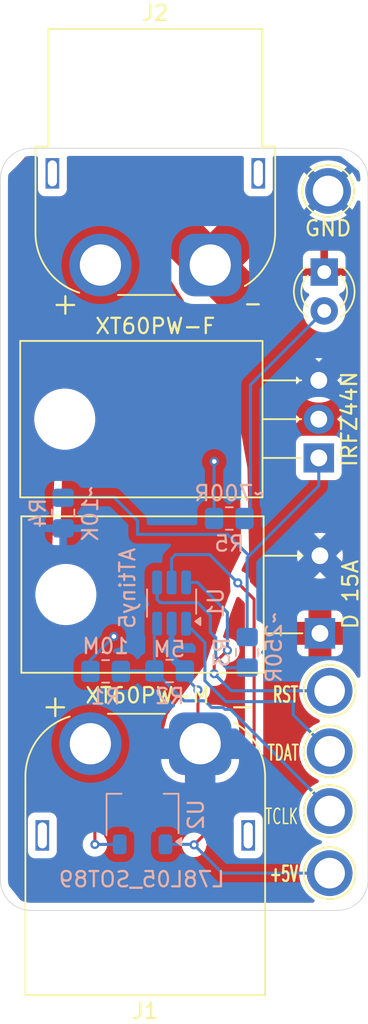
<source format=kicad_pcb>
(kicad_pcb (version 20240108) (generator "pcbnew") (generator_version "8.0")
  (title_block (title "avr-batt-timer") (date "2024-12-21") (company "Timofei Korostelev"))
  (layers (0 "F.Cu" signal) (31 "B.Cu" signal) (34 "B.Paste" user) (35 "F.Paste" user) (36 "B.SilkS" user "B.Silkscreen") (37 "F.SilkS" user "F.Silkscreen") (38 "B.Mask" user) (39 "F.Mask" user) (44 "Edge.Cuts" user))
  (net 0 "")
  (net 1 "LOAD")
  (net 2 "Net-(D1-A)")
  (net 3 "GND")
  (net 4 "VDD")
  (net 5 "TPICLK")
  (net 6 "+5V")
  (net 7 "TPIDATA")
  (net 8 "RESET")
  (net 9 "Net-(MOSFET1-G)")
  (net 10 "Net-(U1-PB2)")
  (footprint "TestPoint:TestPoint_Plated_Hole_D2.0mm" (layer "F.Cu") (at 153.8224 106.1212)
    (property "Reference" "TP1" (hide yes))
    (property "Value" "+5V" (at -2.9972 0.0508 0) (layer "F.SilkS") (effects (font (size 1 0.6))))
    (fp_circle (center 0 0) (end 0 -1.7) (stroke (width 0.12)) (fill none) (layer "F.SilkS"))
    (pad "1" thru_hole circle (at 0 0) (size 3 3) (drill 2) (layers "*.Cu" "*.Mask") (net 6 "+5V"))
  )
  (footprint "TestPoint:TestPoint_Plated_Hole_D2.0mm" (layer "F.Cu") (at 153.8224 94.1832)
    (property "Reference" "TP2" (hide yes))
    (property "Value" "RST" (at -2.8956 0.254 0) (layer "F.SilkS") (effects (font (size 1 0.6))))
    (fp_circle (center 0 0) (end 0 -1.7) (stroke (width 0.12)) (fill none) (layer "F.SilkS"))
    (pad "1" thru_hole circle (at 0 0) (size 3 3) (drill 2) (layers "*.Cu" "*.Mask") (net 8 "RESET"))
  )
  (footprint "Connector_AMASS:AMASS_XT60PW-F_1x02_P7.20mm_Horizontal" (layer "F.Cu") (at 145.9924 66.3146)
    (property "Reference" "J2" (at -3.6 -16.5 0) (layer "F.SilkS"))
    (property "Value" "XT60PW-F" (at -3.6 4 0) (layer "F.SilkS"))
    (fp_line (start -11.46 -7.76) (end -11.46 -2.15) (stroke (width 0.12)) (layer "F.SilkS"))
    (fp_line (start -11.46 -7.76) (end -10.61 -7.76) (stroke (width 0.12)) (layer "F.SilkS"))
    (fp_line (start -10.61 -15.46) (end -10.61 -7.76) (stroke (width 0.12)) (layer "F.SilkS"))
    (fp_line (start -10.61 -15.46) (end 3.41 -15.46) (stroke (width 0.12)) (layer "F.SilkS"))
    (fp_line (start -6.05 1.96) (end -2.31 1.96) (stroke (width 0.12)) (layer "F.SilkS"))
    (fp_line (start 3.41 -15.46) (end 3.41 -7.76) (stroke (width 0.12)) (layer "F.SilkS"))
    (fp_line (start 3.41 -7.76) (end 4.26 -7.76) (stroke (width 0.12)) (layer "F.SilkS"))
    (fp_line (start 4.26 -7.76) (end 4.26 -2.15) (stroke (width 0.12)) (layer "F.SilkS"))
    (fp_arc (start -8.5899 1.808718) (mid -10.677645 0.302568) (end -11.46 -2.15) (stroke (width 0.12)) (layer "F.SilkS"))
    (fp_arc (start 4.26 -2.15) (mid 3.727162 -0.126139) (end 2.266806 1.372958) (stroke (width 0.12)) (layer "F.SilkS"))
    (fp_text user "-" (at 2.8 2.5 0) (layer "F.SilkS"))
    (fp_text user "+" (at -9.5 2.5 0) (layer "F.SilkS") (effects (font (size 1.5 1.5))))
    (pad "" thru_hole rect (at -10.35 -6) (size 0.9 2) (drill oval 0.6 1.7) (layers "*.Cu" "*.Mask"))
    (pad "" thru_hole rect (at 3.15 -6) (size 0.9 2) (drill oval 0.6 1.7) (layers "*.Cu" "*.Mask"))
    (pad "1" thru_hole roundrect (at 0 0) (size 4.1 4.1) (drill 2.7) (layers "*.Cu" "*.Mask") (net 1 "LOAD") (thermal_bridge_width 3))
    (pad "2" thru_hole circle (at -7.2 0) (size 4.1 4.1) (drill 2.7) (layers "*.Cu" "*.Mask") (net 4 "VDD"))
  )
  (footprint "Connector_AMASS:AMASS_XT60PW-M_1x02_P7.20mm_Horizontal" (layer "F.Cu") (at 145.332 97.6504 180)
    (property "Reference" "J1" (at 3.6 -17.5 0) (layer "F.SilkS"))
    (property "Value" "XT60PW-M" (at 3.4476 3.1624 0) (layer "F.SilkS"))
    (fp_line (start 11.46 -16.46) (end 11.46 -2.15) (stroke (width 0.12)) (layer "F.SilkS"))
    (fp_line (start 2.31 1.96) (end 6.05 1.96) (stroke (width 0.12)) (layer "F.SilkS"))
    (fp_line (start -4.26 -16.46) (end 11.46 -16.46) (stroke (width 0.12)) (layer "F.SilkS"))
    (fp_line (start -4.26 -16.46) (end -4.26 -2.15) (stroke (width 0.12)) (layer "F.SilkS"))
    (fp_arc (start 11.46 -2.15) (mid 10.653852 0.294722) (end 8.551648 1.780413) (stroke (width 0.12)) (layer "F.SilkS"))
    (fp_arc (start -2.266806 1.372958) (mid -3.727162 -0.126139) (end -4.26 -2.15) (stroke (width 0.12)) (layer "F.SilkS"))
    (fp_text user "+" (at 9.5 2.5 0) (layer "F.SilkS") (effects (font (size 1.5 1.5))))
    (fp_text user "-" (at -2.8 2.5 0) (layer "F.SilkS") (effects (font (size 1.5 1.5))))
    (pad "" thru_hole rect (at -3.15 -6 180) (size 0.9 2) (drill oval 0.6 1.7) (layers "*.Cu" "*.Mask"))
    (pad "" thru_hole rect (at 10.35 -6 180) (size 0.9 2) (drill oval 0.6 1.7) (layers "*.Cu" "*.Mask"))
    (pad "1" thru_hole roundrect (at 0 0 180) (size 4.1 4.1) (drill 2.7) (layers "*.Cu" "*.Mask") (net 3 "GND") (thermal_bridge_width 2))
    (pad "2" thru_hole circle (at 7.2 0 180) (size 4.1 4.1) (drill 2.7) (layers "*.Cu" "*.Mask") (net 4 "VDD"))
  )
  (footprint "Package_TO_SOT_THT:TO-220-2_Horizontal_TabDown" (layer "F.Cu") (at 153.185 90.424 90)
    (property "Reference" "D2" (hide yes))
    (property "Value" "D 15A" (at 2.54 2 90) (layer "F.SilkS"))
    (fp_line (start 7.66 -19.58) (end 7.66 -3.69) (stroke (width 0.12)) (layer "F.SilkS"))
    (fp_line (start -2.58 -19.58) (end 7.66 -19.58) (stroke (width 0.12)) (layer "F.SilkS"))
    (fp_line (start -2.58 -19.58) (end -2.58 -3.69) (stroke (width 0.12)) (layer "F.SilkS"))
    (fp_line (start 5.08 -3.69) (end 5.08 -1.165) (stroke (width 0.12)) (layer "F.SilkS"))
    (fp_line (start 0 -3.69) (end 0 -1.15) (stroke (width 0.12)) (layer "F.SilkS"))
    (fp_line (start -2.58 -3.69) (end 7.66 -3.69) (stroke (width 0.12)) (layer "F.SilkS"))
    (pad "" np_thru_hole circle (at 2.54 -16.66 90) (size 3.5 3.5) (drill 3.5) (layers "*.Cu" "*.Mask"))
    (pad "1" thru_hole rect (at 0 0 90) (size 2 2) (drill 1.1) (layers "*.Cu" "*.Mask") (net 1 "LOAD") (thermal_bridge_width 1.5))
    (pad "2" thru_hole circle (at 5.08 0 90) (size 2 2) (drill 1.1) (layers "*.Cu" "*.Mask") (net 3 "GND") (thermal_bridge_width 1.5))
  )
  (footprint "Package_TO_SOT_THT:TO-220-3_Horizontal_TabDown" (layer "F.Cu") (at 153.1112 78.9432 90)
    (property "Reference" "MOSFET1" (hide yes))
    (property "Value" "IRFZ44N" (at 2.54 2 90) (layer "F.SilkS"))
    (fp_line (start 7.66 -19.58) (end 7.66 -3.69) (stroke (width 0.12)) (layer "F.SilkS"))
    (fp_line (start -2.58 -19.58) (end 7.66 -19.58) (stroke (width 0.12)) (layer "F.SilkS"))
    (fp_line (start -2.58 -19.58) (end -2.58 -3.69) (stroke (width 0.12)) (layer "F.SilkS"))
    (fp_line (start 5.08 -3.69) (end 5.08 -1.15) (stroke (width 0.12)) (layer "F.SilkS"))
    (fp_line (start 2.54 -3.69) (end 2.54 -1.15) (stroke (width 0.12)) (layer "F.SilkS"))
    (fp_line (start 0 -3.69) (end 0 -1.15) (stroke (width 0.12)) (layer "F.SilkS"))
    (fp_line (start -2.58 -3.69) (end 7.66 -3.69) (stroke (width 0.12)) (layer "F.SilkS"))
    (pad "" np_thru_hole circle (at 2.54 -16.66 90) (size 3.5 3.5) (drill 3.5) (layers "*.Cu" "*.Mask"))
    (pad "1" thru_hole rect (at 0 0 90) (size 1.905 2) (drill 1.1) (layers "*.Cu" "*.Mask") (net 9 "Net-(MOSFET1-G)"))
    (pad "2" thru_hole oval (at 2.54 0 90) (size 1.905 2) (drill 1.1) (layers "*.Cu" "*.Mask") (net 1 "LOAD") (thermal_bridge_width 1.7))
    (pad "3" thru_hole oval (at 5.08 0 90) (size 1.905 2) (drill 1.1) (layers "*.Cu" "*.Mask") (net 3 "GND") (thermal_bridge_width 1.7))
  )
  (footprint "TestPoint:TestPoint_Plated_Hole_D2.0mm" (layer "F.Cu") (at 153.8224 98.1456)
    (property "Reference" "TP3" (hide yes))
    (property "Value" "TDAT" (at -3.048 0.1016 0) (layer "F.SilkS") (effects (font (size 1 0.6) (thickness 0.125))))
    (fp_circle (center 0 0) (end 0 -1.7) (stroke (width 0.12)) (fill none) (layer "F.SilkS"))
    (pad "1" thru_hole circle (at 0 0) (size 3 3) (drill 2) (layers "*.Cu" "*.Mask") (net 7 "TPIDATA"))
  )
  (footprint "TestPoint:TestPoint_Plated_Hole_D2.0mm" (layer "F.Cu") (at 153.8224 102.0572)
    (property "Reference" "TP4" (hide yes))
    (property "Value" "TCLK" (at -3.1496 0.3556 0) (layer "F.SilkS") (effects (font (size 1 0.6) (thickness 0.1))))
    (fp_circle (center 0 0) (end 0 -1.7) (stroke (width 0.12)) (fill none) (layer "F.SilkS"))
    (pad "1" thru_hole circle (at 0 0) (size 3 3) (drill 2) (layers "*.Cu" "*.Mask") (net 5 "TPICLK"))
  )
  (footprint "TestPoint:TestPoint_Plated_Hole_D2.0mm" (layer "F.Cu") (at 153.7208 61.468)
    (property "Reference" "TP5" (hide yes))
    (property "Value" "GND" (at 0 2.45 0) (layer "F.SilkS"))
    (fp_circle (center 0 0) (end 0 -1.7) (stroke (width 0.12)) (fill none) (layer "F.SilkS"))
    (pad "1" thru_hole circle (at 0 0) (size 3 3) (drill 2) (layers "*.Cu" "*.Mask") (net 3 "GND"))
  )
  (footprint "LED_THT:LED_D3.0mm" (layer "F.Cu") (at 153.4668 66.7766 -90)
    (property "Reference" "D1" (hide yes))
    (property "Value" "LED")
    (fp_line (start -0.29 1.08) (end -0.29 1.236) (stroke (width 0.12)) (layer "F.SilkS"))
    (fp_line (start -0.29 -1.236) (end -0.29 -1.08) (stroke (width 0.12)) (layer "F.SilkS"))
    (fp_arc (start 2.941397 1.080061) (mid 1.365624 1.987701) (end -0.29 1.235516) (stroke (width 0.12)) (layer "F.SilkS"))
    (fp_arc (start 2.31091 1.080049) (mid 1.269965 1.5) (end 0.229039 1.08) (stroke (width 0.12)) (layer "F.SilkS"))
    (fp_arc (start 0.229039 -1.08) (mid 1.269965 -1.5) (end 2.31091 -1.080049) (stroke (width 0.12)) (layer "F.SilkS"))
    (fp_arc (start -0.29 -1.235516) (mid 1.365624 -1.987701) (end 2.941397 -1.080061) (stroke (width 0.12)) (layer "F.SilkS"))
    (pad "1" thru_hole rect (at 0 0 270) (size 1.8 1.8) (drill 0.9) (layers "*.Cu" "*.Mask") (net 1 "LOAD"))
    (pad "2" thru_hole circle (at 2.54 0 270) (size 1.8 1.8) (drill 0.9) (layers "*.Cu" "*.Mask") (net 2 "Net-(D1-A)"))
  )
  (footprint "Resistor_SMD:R_0805_2012Metric_Pad1.20x1.40mm_HandSolder" (layer "B.Cu") (at 139.1318 92.9132)
    (property "Reference" "R1" (at 0 1.65 0) (layer "B.SilkS") (effects (justify mirror)))
    (property "Value" "10M" (at 0 -1.65 0) (layer "B.SilkS") (effects (justify mirror)))
    (fp_line (start 0.227064 -0.735) (end -0.227064 -0.735) (stroke (width 0.12)) (layer "B.SilkS"))
    (fp_line (start 0.227064 0.735) (end -0.227064 0.735) (stroke (width 0.12)) (layer "B.SilkS"))
    (pad "1" smd roundrect (at -1 0) (size 1.2 1.4) (layers "B.Cu" "B.Paste" "B.Mask") (roundrect_rratio 0.208333) (net 4 "VDD"))
    (pad "2" smd roundrect (at 1 0) (size 1.2 1.4) (layers "B.Cu" "B.Paste" "B.Mask") (roundrect_rratio 0.208333) (net 5 "TPICLK"))
  )
  (footprint "Resistor_SMD:R_0805_2012Metric_Pad1.20x1.40mm_HandSolder" (layer "B.Cu") (at 147.2438 82.9056)
    (property "Reference" "R5" (at 0 1.65 0) (layer "B.SilkS") (effects (justify mirror)))
    (property "Value" "~700R" (at 0 -1.65 0) (layer "B.SilkS") (effects (justify mirror)))
    (fp_line (start 0.227064 -0.735) (end -0.227064 -0.735) (stroke (width 0.12)) (layer "B.SilkS"))
    (fp_line (start 0.227064 0.735) (end -0.227064 0.735) (stroke (width 0.12)) (layer "B.SilkS"))
    (pad "1" smd roundrect (at -1 0) (size 1.2 1.4) (layers "B.Cu" "B.Paste" "B.Mask") (roundrect_rratio 0.208333) (net 4 "VDD"))
    (pad "2" smd roundrect (at 1 0) (size 1.2 1.4) (layers "B.Cu" "B.Paste" "B.Mask") (roundrect_rratio 0.208333) (net 2 "Net-(D1-A)"))
  )
  (footprint "Resistor_SMD:R_0805_2012Metric_Pad1.20x1.40mm_HandSolder" (layer "B.Cu") (at 143.3322 92.8878)
    (property "Reference" "R2" (at 0 1.65 0) (layer "B.SilkS") (effects (justify mirror)))
    (property "Value" "5M" (at -0.0254 -1.4224 0) (layer "B.SilkS") (effects (justify mirror)))
    (fp_line (start 0.227064 -0.735) (end -0.227064 -0.735) (stroke (width 0.12)) (layer "B.SilkS"))
    (fp_line (start 0.227064 0.735) (end -0.227064 0.735) (stroke (width 0.12)) (layer "B.SilkS"))
    (pad "1" smd roundrect (at -1 0) (size 1.2 1.4) (layers "B.Cu" "B.Paste" "B.Mask") (roundrect_rratio 0.208333) (net 5 "TPICLK"))
    (pad "2" smd roundrect (at 1 0) (size 1.2 1.4) (layers "B.Cu" "B.Paste" "B.Mask") (roundrect_rratio 0.208333) (net 3 "GND"))
  )
  (footprint "Package_TO_SOT_SMD:SOT-89-3" (layer "B.Cu") (at 141.5542 102.2858 90)
    (property "Reference" "U2" (at 0 3.5 90) (layer "B.SilkS") (effects (justify mirror)))
    (property "Value" "L78L05_SOT89" (at -4.2418 -0.0508 180) (layer "B.SilkS") (effects (justify mirror)))
    (fp_line (start 1.36 -2.36) (end 1.36 -1.38) (stroke (width 0.12)) (layer "B.SilkS"))
    (fp_line (start -1.36 -2.36) (end 1.36 -2.36) (stroke (width 0.12)) (layer "B.SilkS"))
    (fp_line (start 1.36 2.36) (end 1.36 1.38) (stroke (width 0.12)) (layer "B.SilkS"))
    (fp_line (start 1.36 2.36) (end -1.22 2.36) (stroke (width 0.12)) (layer "B.SilkS"))
    (fp_poly (pts (xy -1.77 2.21) (xy -2.01 2.54) (xy -1.53 2.54) (xy -1.77 2.21)) (stroke (width 0.12)) (fill solid) (layer "B.SilkS"))
    (pad "1" smd roundrect (at -1.95 1.5 90) (size 1.3 0.9) (layers "B.Cu" "B.Paste" "B.Mask") (net 6 "+5V"))
    (pad "2" smd custom (at -1.8625 0 90) (size 1.475 0.9) (layers "B.Cu" "B.Paste" "B.Mask") (net 3 "GND") (options (clearance outline) (anchor rect)) (primitives (gr_poly (pts (xy 3.8625 -0.8665) (xy 0.7375 -0.8665) (xy 0.7375 0.8665) (xy 3.8625 0.8665)) (width 0) (fill yes))))
    (pad "3" smd roundrect (at -1.95 -1.5 90) (size 1.3 0.9) (layers "B.Cu" "B.Paste" "B.Mask") (net 4 "VDD"))
  )
  (footprint "Package_TO_SOT_SMD:SOT-23-6_Handsoldering" (layer "B.Cu") (at 143.4592 88.4428 90)
    (property "Reference" "U1" (at 0 2.9 90) (layer "B.SilkS") (effects (justify mirror)))
    (property "Value" "ATtiny5" (at 0.9652 -2.8956 90) (layer "B.SilkS") (effects (justify mirror)))
    (fp_line (start 0.9 -1.61) (end -0.9 -1.61) (stroke (width 0.12)) (layer "B.SilkS"))
    (fp_line (start 0.9 1.61) (end 0.1 1.61) (stroke (width 0.12)) (layer "B.SilkS"))
    (fp_line (start -0.7 1.61) (end 0.1 1.61) (stroke (width 0.12)) (layer "B.SilkS"))
    (fp_poly (pts (xy -1.2 1.56) (xy -1.44 1.89) (xy -0.96 1.89) (xy -1.2 1.56)) (stroke (width 0.12)) (fill solid) (layer "B.SilkS"))
    (pad "1" smd roundrect (at -1.35 0.95 90) (size 1.56 0.65) (layers "B.Cu" "B.Paste" "B.Mask") (net 7 "TPIDATA"))
    (pad "2" smd roundrect (at -1.35 0 90) (size 1.56 0.65) (layers "B.Cu" "B.Paste" "B.Mask") (net 3 "GND"))
    (pad "3" smd roundrect (at -1.35 -0.95 90) (size 1.56 0.65) (layers "B.Cu" "B.Paste" "B.Mask") (net 5 "TPICLK"))
    (pad "4" smd roundrect (at 1.35 -0.95 90) (size 1.56 0.65) (layers "B.Cu" "B.Paste" "B.Mask") (net 10 "Net-(U1-PB2)"))
    (pad "5" smd roundrect (at 1.35 0 90) (size 1.56 0.65) (layers "B.Cu" "B.Paste" "B.Mask") (net 6 "+5V"))
    (pad "6" smd roundrect (at 1.35 0.95 90) (size 1.56 0.65) (layers "B.Cu" "B.Paste" "B.Mask") (net 8 "RESET"))
  )
  (footprint "Resistor_SMD:R_0805_2012Metric_Pad1.20x1.40mm_HandSolder" (layer "B.Cu") (at 148.4122 91.6686 -90)
    (property "Reference" "R3" (at 0 1.65 90) (layer "B.SilkS") (effects (justify mirror)))
    (property "Value" "~250R" (at -0.3048 -1.7526 90) (layer "B.SilkS") (effects (justify mirror)))
    (fp_line (start 0.227064 0.735) (end -0.227064 0.735) (stroke (width 0.12)) (layer "B.SilkS"))
    (fp_line (start 0.227064 -0.735) (end -0.227064 -0.735) (stroke (width 0.12)) (layer "B.SilkS"))
    (pad "1" smd roundrect (at -1 0 270) (size 1.2 1.4) (layers "B.Cu" "B.Paste" "B.Mask") (roundrect_rratio 0.208333) (net 9 "Net-(MOSFET1-G)"))
    (pad "2" smd roundrect (at 1 0 270) (size 1.2 1.4) (layers "B.Cu" "B.Paste" "B.Mask") (roundrect_rratio 0.208333) (net 10 "Net-(U1-PB2)"))
  )
  (footprint "Resistor_SMD:R_0805_2012Metric_Pad1.20x1.40mm_HandSolder" (layer "B.Cu") (at 136.3472 82.55 -90)
    (property "Reference" "R4" (at 0 1.65 90) (layer "B.SilkS") (effects (justify mirror)))
    (property "Value" "~10K" (at 0.0762 -1.778 90) (layer "B.SilkS") (effects (justify mirror)))
    (fp_line (start 0.227064 0.735) (end -0.227064 0.735) (stroke (width 0.12)) (layer "B.SilkS"))
    (fp_line (start 0.227064 -0.735) (end -0.227064 -0.735) (stroke (width 0.12)) (layer "B.SilkS"))
    (pad "1" smd roundrect (at -1 0 270) (size 1.2 1.4) (layers "B.Cu" "B.Paste" "B.Mask") (roundrect_rratio 0.208333) (net 9 "Net-(MOSFET1-G)"))
    (pad "2" smd roundrect (at 1 0 270) (size 1.2 1.4) (layers "B.Cu" "B.Paste" "B.Mask") (roundrect_rratio 0.208333) (net 3 "GND"))
  )
  (gr_poly (pts (xy 144.5768 69.342) (xy 146.9644 74.8792) (xy 147.828 79.6544) (xy 147.9296 85.09) (xy 147.1676 86.6394) (xy 147.2184 87.6808) (xy 146.7358 88.9762) (xy 145.6182 92.3544)) (stroke (width 0.2)) (fill solid) (layer "F.Cu") (net 4))
  (gr_poly (pts (xy 139.6492 100.33) (xy 142.1892 99.2124) (xy 143.1036 95.7072) (xy 145.6182 92.3544) (xy 138.6586 91.7956) (xy 135.8392 94.6912) (xy 135.577643 97.663) (xy 135.8392 99.568) (xy 137.3886 100.457) (xy 138.9888 100.4824)) (stroke (width 0.2)) (fill solid) (layer "F.Cu") (net 4))
  (gr_poly (pts (xy 139.2174 88.0872) (xy 140.2334 89.7636) (xy 138.6586 91.7956) (xy 135.8392 94.6912)) (stroke (width 0.2)) (fill solid) (layer "F.Cu") (net 4))
  (gr_poly (pts (xy 139.0142 79.2734) (xy 138.8618 75.9206) (xy 138.0236 74.168) (xy 135.9916 72.1868) (xy 141.097 72.7202) (xy 140.3096 79.5782)) (stroke (width 0.2)) (fill solid) (layer "F.Cu") (net 4))
  (gr_circle (center 138.0998 97.663) (end 140.1826 99.0854) (stroke (width 0.2)) (fill none) (layer "F.Cu") (net 4))
  (gr_poly (pts (xy 139.1412 77.0128) (xy 136.398 79.2988) (xy 136.2456 84.7344) (xy 138.5824 86.4616) (xy 139.3444 87.2236)) (stroke (width 0.2)) (fill solid) (layer "F.Cu") (net 4))
  (gr_poly (pts (xy 141.1986 64.008) (xy 144.5768 69.342) (xy 145.7706 72.9488) (xy 138.8618 71.0184) (xy 141.1986 63.9318)) (stroke (width 0.2)) (fill solid) (layer "F.Cu") (net 4))
  (gr_line (start 154.337 108.5596) (end 134.2324 108.5596) (stroke (width 0.05)) (layer "Edge.Cuts"))
  (gr_arc (start 156.337 106.5596) (mid 155.751214 107.973814) (end 154.337 108.5596) (stroke (width 0.05)) (layer "Edge.Cuts"))
  (gr_line (start 134.2324 58.674) (end 154.337 58.674) (stroke (width 0.05)) (layer "Edge.Cuts"))
  (gr_arc (start 154.337 58.674) (mid 155.751214 59.259786) (end 156.337 60.674) (stroke (width 0.05)) (layer "Edge.Cuts"))
  (gr_line (start 132.2324 106.5596) (end 132.2324 60.674) (stroke (width 0.05)) (layer "Edge.Cuts"))
  (gr_arc (start 134.2324 108.5596) (mid 132.818186 107.973814) (end 132.2324 106.5596) (stroke (width 0.05)) (layer "Edge.Cuts"))
  (gr_line (start 156.337 60.674) (end 156.337 106.5596) (stroke (width 0.05)) (layer "Edge.Cuts"))
  (gr_arc (start 132.2324 60.674) (mid 132.818186 59.259786) (end 134.2324 58.674) (stroke (width 0.05)) (layer "Edge.Cuts"))
  (segment (start 154.5082 75.0062) (end 154.5082 74.8538) (width 0.2) (layer "F.Cu") (net 1))
  (segment (start 153.4668 69.3166) (end 148.6281 74.1553) (width 0.2) (layer "B.Cu") (net 2))
  (segment (start 148.6281 82.5213) (end 148.6281 74.1553) (width 0.2) (layer "B.Cu") (net 2))
  (segment (start 145.1864 97.5048) (end 145.332 97.6504) (width 0.2) (layer "F.Cu") (net 3))
  (segment (start 145.1864 94.1324) (end 145.1864 97.5048) (width 0.2) (layer "F.Cu") (net 3))
  (via (at 145.1864 94.1324) (size 0.6) (drill 0.3) (layers "F.Cu" "B.Cu") (net 3))
  (segment (start 144.3322 92.8878) (end 144.3322 93.2782) (width 0.2) (layer "B.Cu") (net 3))
  (segment (start 144.3322 93.2782) (end 145.1864 94.1324) (width 0.2) (layer "B.Cu") (net 3))
  (segment (start 143.4592 92.0148) (end 144.3322 92.8878) (width 0.2) (layer "B.Cu") (net 3))
  (segment (start 143.4592 89.7928) (end 143.4592 92.0148) (width 0.2) (layer "B.Cu") (net 3))
  (segment (start 142.4432 90.932) (end 142.4432 73.787) (width 7) (layer "F.Cu") (net 4))
  (segment (start 142.4432 73.787) (end 138.7924 70.1362) (width 7) (layer "F.Cu") (net 4))
  (segment (start 146.2532 79.1718) (end 142.5194 79.1718) (width 0.2) (layer "F.Cu") (net 4))
  (segment (start 138.7924 70.1362) (end 138.7924 66.3146) (width 7) (layer "F.Cu") (net 4))
  (segment (start 138.43 104.2416) (end 138.43 97.9484) (width 0.2) (layer "F.Cu") (net 4))
  (via (at 146.2532 79.1718) (size 0.6) (drill 0.3) (layers "F.Cu" "B.Cu") (net 4))
  (via (at 139.6746 90.6272) (size 0.6) (drill 0.3) (layers "F.Cu" "B.Cu") (net 4))
  (via (at 138.43 104.2416) (size 0.6) (drill 0.3) (layers "F.Cu" "B.Cu") (net 4))
  (segment (start 146.2438 79.1812) (end 146.2532 79.1718) (width 0.2) (layer "B.Cu") (net 4))
  (segment (start 146.2438 82.9056) (end 146.2438 79.1812) (width 0.2) (layer "B.Cu") (net 4))
  (segment (start 138.1318 92.17) (end 139.6746 90.6272) (width 0.2) (layer "B.Cu") (net 4))
  (segment (start 140.0484 104.2416) (end 138.43 104.2416) (width 0.2) (layer "B.Cu") (net 4))
  (segment (start 138.1318 92.9132) (end 138.1318 92.17) (width 0.2) (layer "B.Cu") (net 4))
  (segment (start 146.9644 95.4024) (end 146.840842 95.278842) (width 0.2) (layer "B.Cu") (net 5))
  (segment (start 145.6436 94.8436) (end 144.288 94.8436) (width 0.2) (layer "B.Cu") (net 5))
  (segment (start 153.8224 102.0572) (end 153.8224 101.9048) (width 0.2) (layer "B.Cu") (net 5))
  (segment (start 142.3322 92.8878) (end 142.3322 89.9698) (width 0.2) (layer "B.Cu") (net 5))
  (segment (start 146.840842 95.278842) (end 146.078842 95.278842) (width 0.2) (layer "B.Cu") (net 5))
  (segment (start 146.078842 95.278842) (end 145.6436 94.8436) (width 0.2) (layer "B.Cu") (net 5))
  (segment (start 147.32 95.4024) (end 146.9644 95.4024) (width 0.2) (layer "B.Cu") (net 5))
  (segment (start 144.288 94.8436) (end 142.3322 92.8878) (width 0.2) (layer "B.Cu") (net 5))
  (segment (start 142.3322 92.8878) (end 140.1572 92.8878) (width 0.2) (layer "B.Cu") (net 5))
  (segment (start 153.8224 101.9048) (end 147.32 95.4024) (width 0.2) (layer "B.Cu") (net 5))
  (segment (start 147.8026 87.122) (end 148.8694 88.1888) (width 0.2) (layer "F.Cu") (net 6))
  (segment (start 148.8694 88.1888) (end 148.8694 100.33) (width 0.2) (layer "F.Cu") (net 6))
  (segment (start 148.8694 100.33) (end 144.9324 104.267) (width 0.2) (layer "F.Cu") (net 6))
  (via (at 147.8026 87.122) (size 0.6) (drill 0.3) (layers "F.Cu" "B.Cu") (net 6))
  (via (at 144.9324 104.267) (size 0.6) (drill 0.3) (layers "F.Cu" "B.Cu") (net 6))
  (segment (start 147.8026 87.122) (end 145.9484 85.2678) (width 0.2) (layer "B.Cu") (net 6))
  (segment (start 143.0542 104.2358) (end 144.9012 104.2358) (width 0.2) (layer "B.Cu") (net 6))
  (segment (start 143.7132 85.2678) (end 143.4592 85.5218) (width 0.2) (layer "B.Cu") (net 6))
  (segment (start 146.7866 106.1212) (end 144.9324 104.267) (width 0.2) (layer "B.Cu") (net 6))
  (segment (start 143.4592 85.5218) (end 143.4592 87.0928) (width 0.2) (layer "B.Cu") (net 6))
  (segment (start 153.8224 106.1212) (end 146.7866 106.1212) (width 0.2) (layer "B.Cu") (net 6))
  (segment (start 144.9012 104.2358) (end 144.9324 104.267) (width 0.2) (layer "B.Cu") (net 6))
  (segment (start 145.9484 85.2678) (end 143.7132 85.2678) (width 0.2) (layer "B.Cu") (net 6))
  (segment (start 145.6436 91.0272) (end 144.4092 89.7928) (width 0.2) (layer "B.Cu") (net 7))
  (segment (start 151.4348 94.8944) (end 147.0152 94.8944) (width 0.2) (layer "B.Cu") (net 7))
  (segment (start 151.4348 95.758) (end 151.4348 94.8944) (width 0.2) (layer "B.Cu") (net 7))
  (segment (start 153.8224 98.1456) (end 151.4348 95.758) (width 0.2) (layer "B.Cu") (net 7))
  (segment (start 147.0152 94.8944) (end 145.6436 93.5228) (width 0.2) (layer "B.Cu") (net 7))
  (segment (start 145.6436 93.5228) (end 145.6436 91.0272) (width 0.2) (layer "B.Cu") (net 7))
  (segment (start 146.2532 93.0656) (end 146.2532 92.4052) (width 0.2) (layer "F.Cu") (net 8))
  (segment (start 146.2532 92.4052) (end 147.1168 91.5416) (width 0.2) (layer "F.Cu") (net 8))
  (via (at 147.1168 91.5416) (size 0.6) (drill 0.3) (layers "F.Cu" "B.Cu") (net 8))
  (via (at 146.2532 93.0656) (size 0.6) (drill 0.3) (layers "F.Cu" "B.Cu") (net 8))
  (segment (start 153.8224 94.1832) (end 147.3708 94.1832) (width 0.2) (layer "B.Cu") (net 8))
  (segment (start 147.1168 89.0524) (end 145.1572 87.0928) (width 0.2) (layer "B.Cu") (net 8))
  (segment (start 147.1168 91.5416) (end 147.1168 89.0524) (width 0.2) (layer "B.Cu") (net 8))
  (segment (start 145.1572 87.0928) (end 144.4092 87.0928) (width 0.2) (layer "B.Cu") (net 8))
  (segment (start 147.3708 94.1832) (end 146.2532 93.0656) (width 0.2) (layer "B.Cu") (net 8))
  (segment (start 153.1112 80.772) (end 148.4122 85.471) (width 0.2) (layer "B.Cu") (net 9))
  (segment (start 139.6746 81.5086) (end 141.224 83.058) (width 0.2) (layer "B.Cu") (net 9))
  (segment (start 141.224 83.947) (end 147.1422 83.947) (width 0.2) (layer "B.Cu") (net 9))
  (segment (start 148.4122 85.471) (end 148.4122 90.6686) (width 0.2) (layer "B.Cu") (net 9))
  (segment (start 147.1422 83.947) (end 148.4376 85.2424) (width 0.2) (layer "B.Cu") (net 9))
  (segment (start 136.3886 81.5086) (end 139.6746 81.5086) (width 0.2) (layer "B.Cu") (net 9))
  (segment (start 153.1112 78.9432) (end 153.1112 80.772) (width 0.2) (layer "B.Cu") (net 9))
  (segment (start 141.224 83.058) (end 141.224 83.947) (width 0.2) (layer "B.Cu") (net 9))
  (segment (start 145.9992 89.248486) (end 145.9992 90.3478) (width 0.2) (layer "B.Cu") (net 10))
  (segment (start 146.3548 91.9734) (end 147.05 92.6686) (width 0.2) (layer "B.Cu") (net 10))
  (segment (start 145.9992 90.3478) (end 146.3548 90.7034) (width 0.2) (layer "B.Cu") (net 10))
  (segment (start 142.5092 88.204) (end 142.7226 88.4174) (width 0.2) (layer "B.Cu") (net 10))
  (segment (start 142.7226 88.4174) (end 145.168114 88.4174) (width 0.2) (layer "B.Cu") (net 10))
  (segment (start 142.5092 87.0928) (end 142.5092 88.204) (width 0.2) (layer "B.Cu") (net 10))
  (segment (start 147.05 92.6686) (end 148.4122 92.6686) (width 0.2) (layer "B.Cu") (net 10))
  (segment (start 146.3548 90.7034) (end 146.3548 91.9734) (width 0.2) (layer "B.Cu") (net 10))
  (segment (start 145.168114 88.4174) (end 145.9992 89.248486) (width 0.2) (layer "B.Cu") (net 10))
  (zone (net 1) (net_name "LOAD") (layer "F.Cu") (connect_pads (clearance 0.5)) (min_thickness 0.25) (fill yes (thermal_gap 0.5) (thermal_bridge_width 0.5))
    (polygon (pts (xy 132.6388 60.5536) (xy 134.0104 59.0804) (xy 154.4574 59.1312) (xy 156.1084 60.5536) (xy 156.083 106.7562) (xy 155.6258 107.6706) (xy 154.559 108.331) (xy 133.985 108.3056) (xy 132.5626 106.5276) (xy 132.715 60.4012)))
  )
  (zone (net 3) (net_name "GND") (layer "B.Cu") (priority 1) (connect_pads (clearance 0.5)) (min_thickness 0.25) (fill yes (thermal_gap 0.5) (thermal_bridge_width 0.5))
    (polygon (pts (xy 154.4574 59.1058) (xy 134.1628 59.0042) (xy 132.6642 60.452) (xy 132.5118 106.6038) (xy 133.8834 108.3056) (xy 154.4828 108.331) (xy 155.6258 107.7214) (xy 156.1846 106.7308) (xy 156.1338 60.4774) (xy 154.432 59.0804)))
  )
)
</source>
